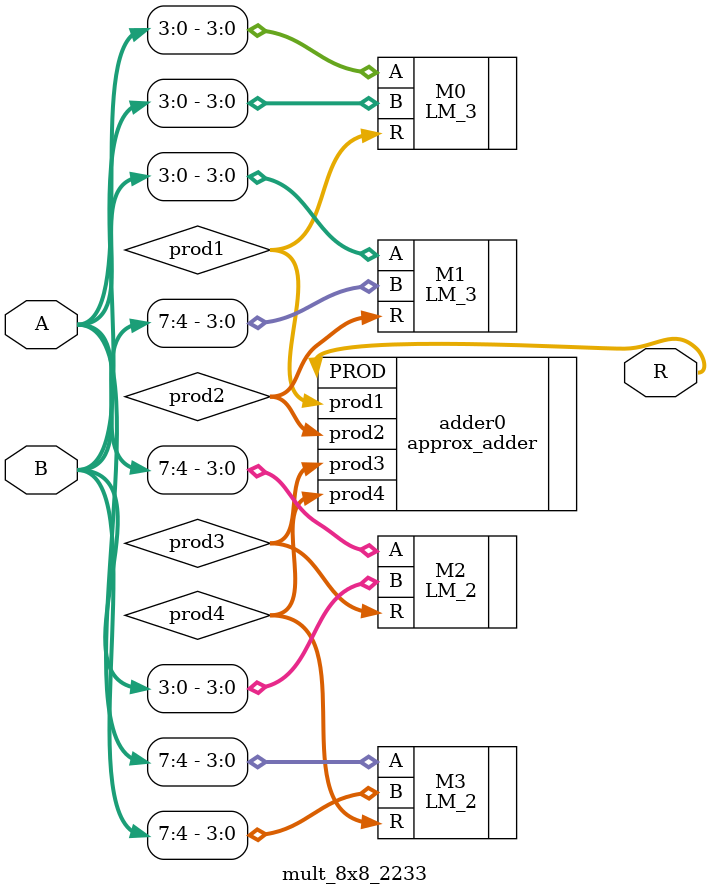
<source format=v>
module mult_8x8_2233(
input [7:0] A,
input [7:0] B,
output [15:0]R
);
wire [7:0]prod1;
wire [7:0]prod2;
wire [7:0]prod3;
wire [7:0]prod4;

LM_3 M0(.A(A[3:0]),.B(B[3:0]),.R(prod1));
LM_3 M1(.A(A[3:0]),.B(B[7:4]),.R(prod2));
LM_2 M2(.A(A[7:4]),.B(B[3:0]),.R(prod3));
LM_2 M3(.A(A[7:4]),.B(B[7:4]),.R(prod4));
approx_adder adder0(.prod1(prod1),.prod2(prod2),.prod3(prod3),.prod4(prod4),.PROD(R));
endmodule

</source>
